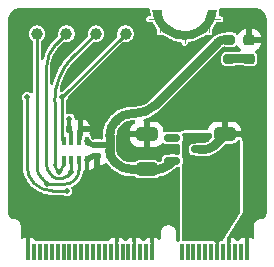
<source format=gbr>
%TF.GenerationSoftware,KiCad,Pcbnew,9.0.0*%
%TF.CreationDate,2025-05-22T16:16:50+04:00*%
%TF.ProjectId,02_02_sensor_barometer (DPS310XTSA1),30325f30-325f-4736-956e-736f725f6261,rev?*%
%TF.SameCoordinates,Original*%
%TF.FileFunction,Copper,L1,Top*%
%TF.FilePolarity,Positive*%
%FSLAX46Y46*%
G04 Gerber Fmt 4.6, Leading zero omitted, Abs format (unit mm)*
G04 Created by KiCad (PCBNEW 9.0.0) date 2025-05-22 16:16:50*
%MOMM*%
%LPD*%
G01*
G04 APERTURE LIST*
G04 Aperture macros list*
%AMRoundRect*
0 Rectangle with rounded corners*
0 $1 Rounding radius*
0 $2 $3 $4 $5 $6 $7 $8 $9 X,Y pos of 4 corners*
0 Add a 4 corners polygon primitive as box body*
4,1,4,$2,$3,$4,$5,$6,$7,$8,$9,$2,$3,0*
0 Add four circle primitives for the rounded corners*
1,1,$1+$1,$2,$3*
1,1,$1+$1,$4,$5*
1,1,$1+$1,$6,$7*
1,1,$1+$1,$8,$9*
0 Add four rect primitives between the rounded corners*
20,1,$1+$1,$2,$3,$4,$5,0*
20,1,$1+$1,$4,$5,$6,$7,0*
20,1,$1+$1,$6,$7,$8,$9,0*
20,1,$1+$1,$8,$9,$2,$3,0*%
G04 Aperture macros list end*
%TA.AperFunction,EtchedComponent*%
%ADD10C,0.101600*%
%TD*%
%TA.AperFunction,EtchedComponent*%
%ADD11C,0.000000*%
%TD*%
%TA.AperFunction,SMDPad,CuDef*%
%ADD12R,0.350000X1.450000*%
%TD*%
%TA.AperFunction,ComponentPad*%
%ADD13C,0.454000*%
%TD*%
%TA.AperFunction,SMDPad,CuDef*%
%ADD14RoundRect,0.218750X-0.256250X0.218750X-0.256250X-0.218750X0.256250X-0.218750X0.256250X0.218750X0*%
%TD*%
%TA.AperFunction,SMDPad,CuDef*%
%ADD15C,1.000000*%
%TD*%
%TA.AperFunction,SMDPad,CuDef*%
%ADD16RoundRect,0.250000X0.650000X-0.325000X0.650000X0.325000X-0.650000X0.325000X-0.650000X-0.325000X0*%
%TD*%
%TA.AperFunction,SMDPad,CuDef*%
%ADD17RoundRect,0.200000X-0.275000X0.200000X-0.275000X-0.200000X0.275000X-0.200000X0.275000X0.200000X0*%
%TD*%
%TA.AperFunction,SMDPad,CuDef*%
%ADD18RoundRect,0.140000X-0.170000X0.140000X-0.170000X-0.140000X0.170000X-0.140000X0.170000X0.140000X0*%
%TD*%
%TA.AperFunction,SMDPad,CuDef*%
%ADD19R,0.350521X0.700025*%
%TD*%
%TA.AperFunction,SMDPad,CuDef*%
%ADD20RoundRect,0.140000X-0.140000X-0.170000X0.140000X-0.170000X0.140000X0.170000X-0.140000X0.170000X0*%
%TD*%
%TA.AperFunction,SMDPad,CuDef*%
%ADD21RoundRect,0.150000X0.512500X0.150000X-0.512500X0.150000X-0.512500X-0.150000X0.512500X-0.150000X0*%
%TD*%
%TA.AperFunction,ViaPad*%
%ADD22C,0.500000*%
%TD*%
%TA.AperFunction,ViaPad*%
%ADD23C,0.700000*%
%TD*%
%TA.AperFunction,Conductor*%
%ADD24C,0.750000*%
%TD*%
%TA.AperFunction,Conductor*%
%ADD25C,0.500000*%
%TD*%
%TA.AperFunction,Conductor*%
%ADD26C,0.350000*%
%TD*%
%TA.AperFunction,Conductor*%
%ADD27C,0.250000*%
%TD*%
G04 APERTURE END LIST*
D10*
%TO.C,J1*%
X150401100Y-93365617D02*
X149501100Y-93365617D01*
X150401100Y-93365617D02*
X150401100Y-94465617D01*
X152501100Y-94665617D02*
X152501100Y-95365617D01*
X154601100Y-93365617D02*
X154601100Y-94465617D01*
X154601100Y-93365617D02*
X155501100Y-93365617D01*
D11*
%TA.AperFunction,EtchedComponent*%
G36*
X150589520Y-92903790D02*
G01*
X150672547Y-93182404D01*
X150798137Y-93444600D01*
X150963197Y-93683921D01*
X151163663Y-93894475D01*
X151394599Y-94071077D01*
X151650318Y-94209378D01*
X151924524Y-94305973D01*
X152501100Y-94365617D01*
X152791735Y-94358484D01*
X153077676Y-94305973D01*
X153351882Y-94209378D01*
X153607601Y-94071077D01*
X153838537Y-93894475D01*
X154039003Y-93683921D01*
X154204063Y-93444600D01*
X154329653Y-93182404D01*
X154451100Y-92615617D01*
X155251100Y-92615617D01*
X155188052Y-92979552D01*
X155077551Y-93331991D01*
X154921527Y-93666775D01*
X154722708Y-93978053D01*
X154484567Y-94260387D01*
X154211266Y-94508843D01*
X153907580Y-94719078D01*
X153578818Y-94887420D01*
X153230723Y-95010926D01*
X152869379Y-95087437D01*
X152501100Y-95115617D01*
X152131911Y-95089990D01*
X151769434Y-95015377D01*
X151420137Y-94893111D01*
X151090257Y-94725373D01*
X150785681Y-94515157D01*
X150511846Y-94266216D01*
X150273640Y-93982994D01*
X150075315Y-93670545D01*
X149920411Y-93334448D01*
X149751100Y-92615617D01*
X150551100Y-92615617D01*
X150589520Y-92903790D01*
G37*
%TD.AperFunction*%
%TD*%
D12*
%TO.P,J1,1,GND*%
%TO.N,GND*%
X157751100Y-113090617D03*
%TO.P,J1,3,USB_D+*%
%TO.N,/USB_D+*%
X157251100Y-113090617D03*
%TO.P,J1,5,USB_D-*%
%TO.N,/USB_D-*%
X156751100Y-113090617D03*
%TO.P,J1,7,GND*%
%TO.N,GND*%
X156251100Y-113090617D03*
%TO.P,J1,9,USB_VIN*%
%TO.N,/V_USB*%
X155751100Y-113090617D03*
%TO.P,J1,11,~{BOOT}*%
%TO.N,VIN*%
X155251100Y-113090617D03*
%TO.P,J1,13,RTS1*%
%TO.N,/UART_RTS1*%
X154751100Y-113090617D03*
%TO.P,J1,15,CTS1*%
%TO.N,/UART_CTS1*%
X154251100Y-113090617D03*
%TO.P,J1,17,TX1*%
%TO.N,DPS310XTSA1_TX*%
X153751100Y-113090617D03*
%TO.P,J1,19,RX1*%
%TO.N,DPS310XTSA1_RX*%
X153251100Y-113090617D03*
%TO.P,J1,21,SWDCK*%
%TO.N,/SWDCK*%
X152751100Y-113090617D03*
%TO.P,J1,23,SWDIO*%
%TO.N,/SWDIO*%
X152251100Y-113090617D03*
%TO.P,J1,33,GND*%
%TO.N,GND*%
X149751100Y-113090617D03*
%TO.P,J1,35,USBHOST_D+*%
%TO.N,/USBHOST_D+*%
X149251100Y-113090617D03*
%TO.P,J1,37,USBHOST_D-*%
%TO.N,/USBHOST_D-*%
X148751100Y-113090617D03*
%TO.P,J1,39,GND*%
%TO.N,GND*%
X148251100Y-113090617D03*
%TO.P,J1,41,CAN-RX*%
%TO.N,/CAN-RX*%
X147751100Y-113090617D03*
%TO.P,J1,43,CAN-TX*%
%TO.N,/CAN-TX*%
X147251100Y-113090617D03*
%TO.P,J1,45,GND*%
%TO.N,GND*%
X146751100Y-113090617D03*
%TO.P,J1,47,PWM1*%
%TO.N,/PWM1*%
X146251100Y-113090617D03*
%TO.P,J1,49,BATT_VIN/3*%
%TO.N,/BATT_VIN*%
X145751100Y-113090617D03*
%TO.P,J1,51,I2C_SDA1*%
%TO.N,/I2C_SDA1*%
X145251100Y-113090617D03*
%TO.P,J1,53,I2C_SCL1*%
%TO.N,/I2C_SCL1*%
X144751100Y-113090617D03*
%TO.P,J1,55,SPI_~{CS}*%
%TO.N,/~{SPI_CS}*%
X144251100Y-113090617D03*
%TO.P,J1,57,SPI_SCK*%
%TO.N,/SPI_SCK*%
X143751100Y-113090617D03*
%TO.P,J1,59,SPI_SDO*%
%TO.N,/SPI_COPI-LED_DAT*%
X143251100Y-113090617D03*
%TO.P,J1,61,SPI_SDI*%
%TO.N,/SPI_CIPO-LED_CLK*%
X142751100Y-113090617D03*
%TO.P,J1,63,G10/ADC_D+/CAM_VSYNC*%
%TO.N,/G10-CAM_VSYNC*%
X142251100Y-113090617D03*
%TO.P,J1,65,G9/ADC_D-/CAM_HSYNC*%
%TO.N,/G9-CAM_HSYNC*%
X141751100Y-113090617D03*
%TO.P,J1,67,G8*%
%TO.N,/G8*%
X141251100Y-113090617D03*
%TO.P,J1,69,G7/BUS7*%
%TO.N,/G7*%
X140751100Y-113090617D03*
%TO.P,J1,71,G6/BUS6*%
%TO.N,/G6*%
X140251100Y-113090617D03*
%TO.P,J1,73,G5/BUS5*%
%TO.N,/G5*%
X139751100Y-113090617D03*
%TO.P,J1,75,GND*%
%TO.N,GND*%
X139251100Y-113090617D03*
D13*
%TO.P,J1,GND*%
%TO.N,N/C*%
X150401100Y-93365617D03*
X152501100Y-94665617D03*
X154601100Y-93365617D03*
%TD*%
D14*
%TO.P,D1,1,K*%
%TO.N,GND*%
X157975000Y-95150000D03*
%TO.P,D1,2,A*%
%TO.N,Net-(D1-A)*%
X157975000Y-96725000D03*
%TD*%
D15*
%TO.P,CS1,1,1*%
%TO.N,DPS310XTSA1_CS*%
X140000000Y-94600000D03*
%TD*%
D16*
%TO.P,C3,1*%
%TO.N,VIN*%
X155900000Y-106075000D03*
%TO.P,C3,2*%
%TO.N,GND*%
X155900000Y-103125000D03*
%TD*%
%TO.P,C4,1*%
%TO.N,+3V3*%
X149300000Y-106075000D03*
%TO.P,C4,2*%
%TO.N,GND*%
X149300000Y-103125000D03*
%TD*%
D17*
%TO.P,R1,1*%
%TO.N,+3V3*%
X156300000Y-95100000D03*
%TO.P,R1,2*%
%TO.N,Net-(D1-A)*%
X156300000Y-96750000D03*
%TD*%
D15*
%TO.P,MISO,1,1*%
%TO.N,DPS310XTSA1_MISO*%
X147500000Y-94600000D03*
%TD*%
D18*
%TO.P,C2,1*%
%TO.N,+3V3*%
X145110643Y-104020102D03*
%TO.P,C2,2*%
%TO.N,GND*%
X145110643Y-104980102D03*
%TD*%
D15*
%TO.P,MOSI1,1,1*%
%TO.N,DPS310XTSA1_MOSI*%
X142500000Y-94600000D03*
%TD*%
D19*
%TO.P,U3,1,GND*%
%TO.N,GND*%
X144210643Y-105300204D03*
%TO.P,U3,2,CSB*%
%TO.N,DPS310XTSA1_CS*%
X143560402Y-105300204D03*
%TO.P,U3,3,SDI*%
%TO.N,DPS310XTSA1_MOSI*%
X142900000Y-105300204D03*
%TO.P,U3,4,SCK*%
%TO.N,DPS310XTSA1_SCK*%
X142249759Y-105300204D03*
%TO.P,U3,5,SDO*%
%TO.N,DPS310XTSA1_MISO*%
X142249759Y-103700000D03*
%TO.P,U3,6,VDDIO*%
%TO.N,+3V3*%
X142900000Y-103700000D03*
%TO.P,U3,7,GND*%
%TO.N,GND*%
X143560402Y-103700000D03*
%TO.P,U3,8,VDD*%
%TO.N,+3V3*%
X144210643Y-103700000D03*
%TD*%
D20*
%TO.P,C1,1*%
%TO.N,+3V3*%
X142730643Y-102700102D03*
%TO.P,C1,2*%
%TO.N,GND*%
X143690643Y-102700102D03*
%TD*%
D15*
%TO.P,SCK1,1,1*%
%TO.N,DPS310XTSA1_SCK*%
X145000000Y-94600000D03*
%TD*%
D21*
%TO.P,U2,1,VIN*%
%TO.N,VIN*%
X153737500Y-105350000D03*
%TO.P,U2,2,GND*%
%TO.N,GND*%
X153737500Y-104400000D03*
%TO.P,U2,3,EN*%
%TO.N,VIN*%
X153737500Y-103450000D03*
%TO.P,U2,4,NC*%
%TO.N,unconnected-(U2-NC-Pad4)*%
X151462500Y-103450000D03*
%TO.P,U2,5,VOUT*%
%TO.N,+3V3*%
X151462500Y-105350000D03*
%TD*%
D22*
%TO.N,+3V3*%
X142750000Y-101800000D03*
X146150000Y-104000000D03*
D23*
%TO.N,GND*%
X150500000Y-109300000D03*
X147500000Y-110300000D03*
X153100000Y-99900000D03*
X153100000Y-100900000D03*
X154100000Y-98900000D03*
X146500000Y-109300000D03*
X151500000Y-96500000D03*
X147500000Y-108300000D03*
X152100000Y-100900000D03*
X149500000Y-98500000D03*
X149500000Y-97500000D03*
X144500000Y-109300000D03*
X148500000Y-109300000D03*
X149500000Y-96500000D03*
X154100000Y-100900000D03*
X145500000Y-110300000D03*
X149500000Y-110300000D03*
X150500000Y-97500000D03*
X150500000Y-96500000D03*
X145500000Y-108300000D03*
X149500000Y-108300000D03*
X154100000Y-99900000D03*
D22*
%TO.N,DPS310XTSA1_CS*%
X140850000Y-107300000D03*
%TO.N,DPS310XTSA1_MISO*%
X139150000Y-99950000D03*
X142510542Y-107925000D03*
X142150000Y-99950000D03*
%TO.N,DPS310XTSA1_MOSI*%
X142885412Y-106300000D03*
%TO.N,DPS310XTSA1_SCK*%
X141900000Y-106300000D03*
%TD*%
D24*
%TO.N,+3V3*%
X155924999Y-95100000D02*
X156300000Y-95100000D01*
X148113172Y-101350000D02*
X148300000Y-101350000D01*
X150007106Y-100642893D02*
X155284833Y-95365165D01*
D25*
X144757091Y-104020102D02*
X145110643Y-104020102D01*
D24*
X151100000Y-105712500D02*
X151462500Y-105350000D01*
X147985139Y-106075000D02*
X150224847Y-106075000D01*
D25*
X146139949Y-104010051D02*
X146150000Y-104000000D01*
D26*
X142900000Y-102989212D02*
X142900000Y-103700000D01*
D24*
X146503553Y-105353553D02*
X146687500Y-105537500D01*
X146150000Y-103250000D02*
X146150000Y-104000000D01*
D25*
X142715643Y-102685102D02*
X142700643Y-102670102D01*
D26*
X142745643Y-102715102D02*
X142815321Y-102784780D01*
D25*
X144370694Y-103860051D02*
X144210643Y-103700000D01*
D24*
X146150000Y-104500000D02*
X146150000Y-104000000D01*
X146680330Y-101969669D02*
X146725000Y-101925000D01*
D26*
X142745643Y-102715102D02*
X142715643Y-102685102D01*
D25*
X146115683Y-104020102D02*
X145110643Y-104020102D01*
D26*
X142730643Y-102678888D02*
X142730643Y-101819357D01*
D24*
X147985139Y-106075000D02*
G75*
G02*
X146687488Y-105537512I-39J1835100D01*
G01*
X146150000Y-104500000D02*
G75*
G03*
X146503554Y-105353552I1207100J0D01*
G01*
D25*
X146139949Y-104010051D02*
G75*
G02*
X146115683Y-104020095I-24249J24251D01*
G01*
X144757091Y-104020102D02*
G75*
G02*
X144370708Y-103860037I9J546402D01*
G01*
D26*
X142815321Y-102784780D02*
G75*
G02*
X142899994Y-102989212I-204421J-204420D01*
G01*
D24*
X148113172Y-101350000D02*
G75*
G03*
X146725008Y-101925008I28J-1963200D01*
G01*
D26*
X142745643Y-102715102D02*
G75*
G02*
X142730664Y-102678888I36257J36202D01*
G01*
D24*
X148300000Y-101350000D02*
G75*
G03*
X150007104Y-100642891I0J2414200D01*
G01*
X146150000Y-103250000D02*
G75*
G02*
X146680322Y-101969661I1810700J0D01*
G01*
X155924999Y-95100000D02*
G75*
G03*
X155284840Y-95365172I1J-905300D01*
G01*
X151100000Y-105712500D02*
G75*
G02*
X150224847Y-106075020I-875200J875200D01*
G01*
D25*
X142715643Y-102685102D02*
G75*
G03*
X142730710Y-102678888I6257J6202D01*
G01*
%TO.N,GND*%
X144757091Y-104980102D02*
X145110643Y-104980102D01*
D26*
X143625522Y-102765222D02*
X143690643Y-102700102D01*
D25*
X144370694Y-105140153D02*
X144210643Y-105300204D01*
D26*
X143560402Y-102922437D02*
X143560402Y-103700000D01*
D24*
X154938778Y-104086221D02*
X155900000Y-103125000D01*
X154181250Y-104400000D02*
X153737500Y-104400000D01*
D26*
X143560402Y-102922437D02*
G75*
G02*
X143625512Y-102765212I222298J37D01*
G01*
D25*
X144370694Y-105140153D02*
G75*
G02*
X144757091Y-104980081I386406J-386347D01*
G01*
D24*
X154938778Y-104086221D02*
G75*
G02*
X154181250Y-104400037I-757578J757521D01*
G01*
D26*
%TO.N,VIN*%
X152500000Y-104581801D02*
X152500000Y-104216490D01*
X153268198Y-105350000D02*
X153737500Y-105350000D01*
D24*
X154975152Y-106075000D02*
X155900000Y-106075000D01*
X153971728Y-105584228D02*
X154100000Y-105712500D01*
D26*
X153266490Y-103450000D02*
X153737500Y-103450000D01*
X152724500Y-103674500D02*
G75*
G03*
X152499996Y-104216490I542000J-542000D01*
G01*
X152725000Y-105125000D02*
G75*
G03*
X153268198Y-105350001I543200J543200D01*
G01*
D24*
X154975152Y-106075000D02*
G75*
G02*
X154100014Y-105712486I48J1237700D01*
G01*
D26*
X152724500Y-103674500D02*
G75*
G02*
X153266490Y-103449996I542000J-542000D01*
G01*
X152500000Y-104581801D02*
G75*
G03*
X152725001Y-105124999I768200J1D01*
G01*
D24*
X153971728Y-105584228D02*
G75*
G03*
X153406250Y-105350033I-565428J-565472D01*
G01*
D27*
%TO.N,DPS310XTSA1_CS*%
X140935355Y-107350000D02*
X142347669Y-107350000D01*
X140825000Y-107250000D02*
X140850000Y-107250000D01*
X140000000Y-105884314D02*
X140000000Y-94600000D01*
X143560402Y-106137267D02*
X143560402Y-105300204D01*
X140400000Y-106850000D02*
X140782322Y-107232322D01*
X140875000Y-107325000D02*
X140850000Y-107300000D01*
X143560402Y-106137267D02*
G75*
G02*
X143205211Y-106994809I-1212702J-33D01*
G01*
X140000000Y-105884314D02*
G75*
G03*
X140400004Y-106849996I1365700J14D01*
G01*
X142347669Y-107350000D02*
G75*
G03*
X143205209Y-106994807I31J1212700D01*
G01*
X140825000Y-107250000D02*
G75*
G02*
X140782313Y-107232331I0J60400D01*
G01*
X140935355Y-107350000D02*
G75*
G02*
X140875013Y-107324987I45J85400D01*
G01*
D24*
%TO.N,Net-(D1-A)*%
X157932322Y-96700000D02*
X156300000Y-96700000D01*
D27*
%TO.N,DPS310XTSA1_MISO*%
X142124643Y-99993287D02*
X142124643Y-103486413D01*
X142510542Y-107925000D02*
X142498042Y-107912500D01*
X142137321Y-99962678D02*
X142150000Y-99950000D01*
X139150000Y-105791019D02*
X139150000Y-99950000D01*
X141258980Y-107900000D02*
X142467864Y-107900000D01*
X142187201Y-103637442D02*
X142249759Y-103700000D01*
X142150000Y-99950000D02*
X147500000Y-94600000D01*
X139767706Y-107282294D02*
G75*
G03*
X141258980Y-107900008I1491294J1491294D01*
G01*
X142498042Y-107912500D02*
G75*
G03*
X142467864Y-107900032I-30142J-30200D01*
G01*
X142137321Y-99962678D02*
G75*
G03*
X142124624Y-99993287I30579J-30622D01*
G01*
X142124643Y-103486413D02*
G75*
G03*
X142187214Y-103637429I213557J13D01*
G01*
X139150000Y-105791019D02*
G75*
G03*
X139767712Y-107282288I2109000J19D01*
G01*
%TO.N,DPS310XTSA1_MOSI*%
X142545419Y-106639992D02*
X142885412Y-106300000D01*
X142950000Y-106250000D02*
X143000000Y-106300000D01*
X140800000Y-105619669D02*
X140800000Y-97502081D01*
X142900000Y-106129289D02*
X142900000Y-105300204D01*
X141650000Y-95450000D02*
X142500000Y-94600000D01*
X141175000Y-106525000D02*
X141289992Y-106639992D01*
X141289992Y-106639992D02*
G75*
G03*
X141917706Y-106900002I627708J627692D01*
G01*
X140800000Y-97502081D02*
G75*
G02*
X141650005Y-95450005I2902100J-19D01*
G01*
X140800000Y-105619669D02*
G75*
G03*
X141174991Y-106525009I1280300J-31D01*
G01*
X142545419Y-106639992D02*
G75*
G02*
X141917706Y-106900010I-627719J627692D01*
G01*
X142900000Y-106129289D02*
G75*
G03*
X142949997Y-106250003I170700J-11D01*
G01*
%TO.N,DPS310XTSA1_SCK*%
X141500000Y-100353963D02*
X141500000Y-105702512D01*
X143093792Y-96506207D02*
X145000000Y-94600000D01*
X142074879Y-106125120D02*
X141900000Y-106300000D01*
X142249759Y-105702924D02*
X142249759Y-105300204D01*
X141814644Y-106264644D02*
X141675000Y-106125000D01*
X141900000Y-106300000D02*
X141950000Y-106300000D01*
X141814644Y-106264644D02*
G75*
G03*
X141900000Y-106300003I85356J85344D01*
G01*
X142249759Y-105702924D02*
G75*
G02*
X142074864Y-106125105I-597059J24D01*
G01*
X141500000Y-105702512D02*
G75*
G03*
X141675004Y-106124996I597500J12D01*
G01*
X143093792Y-96506207D02*
G75*
G03*
X141499959Y-100353963I3847708J-3847793D01*
G01*
%TD*%
%TA.AperFunction,Conductor*%
%TO.N,VIN*%
G36*
X154742539Y-103019685D02*
G01*
X154788294Y-103072489D01*
X154799500Y-103124000D01*
X154799500Y-103360256D01*
X154779815Y-103427295D01*
X154763181Y-103447937D01*
X154585084Y-103626033D01*
X154581238Y-103629878D01*
X154581232Y-103629883D01*
X154556527Y-103654589D01*
X154556448Y-103654669D01*
X154536130Y-103674988D01*
X154527115Y-103683159D01*
X154466129Y-103733213D01*
X154445916Y-103746719D01*
X154381733Y-103781028D01*
X154359277Y-103790331D01*
X154289641Y-103811458D01*
X154265802Y-103816201D01*
X154205960Y-103822098D01*
X154187655Y-103823902D01*
X154175497Y-103824500D01*
X153661734Y-103824500D01*
X153515365Y-103863719D01*
X153515364Y-103863719D01*
X153515362Y-103863720D01*
X153515359Y-103863721D01*
X153482166Y-103882886D01*
X153420165Y-103899500D01*
X153191739Y-103899500D01*
X153123608Y-103909426D01*
X153018514Y-103960803D01*
X152935803Y-104043514D01*
X152884426Y-104148608D01*
X152874500Y-104216739D01*
X152874500Y-104583260D01*
X152884426Y-104651391D01*
X152935803Y-104756485D01*
X153018514Y-104839196D01*
X153018515Y-104839196D01*
X153018517Y-104839198D01*
X153123607Y-104890573D01*
X153157673Y-104895536D01*
X153191739Y-104900500D01*
X153191740Y-104900500D01*
X153420165Y-104900500D01*
X153482166Y-104917114D01*
X153515359Y-104936278D01*
X153515360Y-104936278D01*
X153515365Y-104936281D01*
X153661734Y-104975500D01*
X154103779Y-104975500D01*
X154111387Y-104975500D01*
X154111398Y-104975503D01*
X154129891Y-104975502D01*
X154130012Y-104975537D01*
X154181277Y-104975535D01*
X154181277Y-104975536D01*
X154289215Y-104975531D01*
X154503243Y-104947344D01*
X154503247Y-104947342D01*
X154503251Y-104947342D01*
X154711757Y-104891464D01*
X154911187Y-104808848D01*
X154911196Y-104808844D01*
X154911195Y-104808844D01*
X154911201Y-104808842D01*
X155098151Y-104700896D01*
X155269412Y-104569472D01*
X155332531Y-104506347D01*
X155902061Y-103936819D01*
X155963384Y-103903334D01*
X155989742Y-103900500D01*
X156604270Y-103900500D01*
X156634699Y-103897646D01*
X156634701Y-103897646D01*
X156698790Y-103875219D01*
X156762882Y-103852793D01*
X156872150Y-103772150D01*
X156952793Y-103662882D01*
X156958959Y-103645259D01*
X156999680Y-103588484D01*
X157064633Y-103562737D01*
X157133195Y-103576193D01*
X157183597Y-103624581D01*
X157200000Y-103686215D01*
X157200000Y-109698037D01*
X157181407Y-109763344D01*
X155738264Y-112092628D01*
X155729716Y-112106424D01*
X155677675Y-112153045D01*
X155624308Y-112165117D01*
X155556347Y-112165117D01*
X155497870Y-112176748D01*
X155497869Y-112176749D01*
X155431547Y-112221064D01*
X155387232Y-112287386D01*
X155387231Y-112287387D01*
X155375600Y-112345864D01*
X155375600Y-112642680D01*
X155370868Y-112659302D01*
X155371138Y-112675646D01*
X155357009Y-112707985D01*
X155356008Y-112709602D01*
X155303966Y-112756223D01*
X155234981Y-112767306D01*
X155170955Y-112739335D01*
X155132216Y-112681188D01*
X155126600Y-112644294D01*
X155126600Y-112345866D01*
X155126599Y-112345864D01*
X155114968Y-112287387D01*
X155114967Y-112287386D01*
X155070652Y-112221064D01*
X155004330Y-112176749D01*
X155004329Y-112176748D01*
X154945852Y-112165117D01*
X154945848Y-112165117D01*
X154556352Y-112165117D01*
X154556351Y-112165117D01*
X154525288Y-112171295D01*
X154476912Y-112171295D01*
X154445849Y-112165117D01*
X154445848Y-112165117D01*
X154056352Y-112165117D01*
X154056351Y-112165117D01*
X154025288Y-112171295D01*
X153976912Y-112171295D01*
X153945849Y-112165117D01*
X153945848Y-112165117D01*
X153556352Y-112165117D01*
X153556351Y-112165117D01*
X153525288Y-112171295D01*
X153476912Y-112171295D01*
X153445849Y-112165117D01*
X153445848Y-112165117D01*
X153056352Y-112165117D01*
X153056351Y-112165117D01*
X153025288Y-112171295D01*
X152976912Y-112171295D01*
X152945849Y-112165117D01*
X152945848Y-112165117D01*
X152556352Y-112165117D01*
X152556351Y-112165117D01*
X152525288Y-112171295D01*
X152523521Y-112171370D01*
X152522693Y-112171782D01*
X152515677Y-112171707D01*
X152487417Y-112172920D01*
X152482121Y-112172332D01*
X152445848Y-112165117D01*
X152417135Y-112165117D01*
X152410317Y-112164360D01*
X152384157Y-112153417D01*
X152356961Y-112145432D01*
X152352353Y-112140114D01*
X152345859Y-112137398D01*
X152329767Y-112114048D01*
X152311206Y-112092628D01*
X152309453Y-112084573D01*
X152306210Y-112079867D01*
X152305823Y-112067887D01*
X152300000Y-112041117D01*
X152300000Y-105661935D01*
X152312601Y-105607472D01*
X152315573Y-105601392D01*
X152325500Y-105533260D01*
X152325500Y-105166739D01*
X152315574Y-105098611D01*
X152315573Y-105098609D01*
X152315573Y-105098607D01*
X152312598Y-105092521D01*
X152300000Y-105038064D01*
X152300000Y-103761935D01*
X152312601Y-103707472D01*
X152315573Y-103701392D01*
X152318793Y-103679296D01*
X152325500Y-103633260D01*
X152325500Y-103266740D01*
X152315573Y-103198607D01*
X152312598Y-103192521D01*
X152309802Y-103180435D01*
X152305023Y-103172999D01*
X152300000Y-103138064D01*
X152300000Y-103124000D01*
X152319685Y-103056961D01*
X152372489Y-103011206D01*
X152424000Y-103000000D01*
X154675500Y-103000000D01*
X154742539Y-103019685D01*
G37*
%TD.AperFunction*%
%TD*%
%TA.AperFunction,Conductor*%
%TO.N,GND*%
G36*
X149497374Y-92435802D02*
G01*
X149543129Y-92488606D01*
X149553073Y-92557764D01*
X149551414Y-92566873D01*
X149550440Y-92571277D01*
X149551073Y-92662731D01*
X149621536Y-92961888D01*
X149617746Y-93031655D01*
X149576838Y-93088297D01*
X149511801Y-93113831D01*
X149500839Y-93114317D01*
X149451111Y-93114317D01*
X149358749Y-93152575D01*
X149288058Y-93223266D01*
X149249800Y-93315628D01*
X149249800Y-93315630D01*
X149249800Y-93415604D01*
X149288058Y-93507967D01*
X149358750Y-93578659D01*
X149451113Y-93616917D01*
X149744936Y-93616917D01*
X149811975Y-93636602D01*
X149857550Y-93689013D01*
X149888680Y-93756557D01*
X149888684Y-93756564D01*
X149901807Y-93780660D01*
X149901813Y-93780670D01*
X149901815Y-93780673D01*
X150100140Y-94093122D01*
X150113625Y-94111522D01*
X150116374Y-94115272D01*
X150116377Y-94115277D01*
X150120693Y-94120407D01*
X150148783Y-94184381D01*
X150149800Y-94200227D01*
X150149800Y-94515605D01*
X150153481Y-94524491D01*
X150188058Y-94607967D01*
X150258750Y-94678659D01*
X150351113Y-94716917D01*
X150351115Y-94716917D01*
X150451085Y-94716917D01*
X150451087Y-94716917D01*
X150543450Y-94678659D01*
X150543452Y-94678656D01*
X150554436Y-94674107D01*
X150623906Y-94666638D01*
X150672325Y-94686614D01*
X150973526Y-94894501D01*
X150984141Y-94900824D01*
X150997091Y-94908539D01*
X150997100Y-94908544D01*
X150997114Y-94908552D01*
X151228092Y-95026000D01*
X151315282Y-95070335D01*
X151326994Y-95076290D01*
X151327004Y-95076294D01*
X151327016Y-95076300D01*
X151352243Y-95087072D01*
X151624206Y-95182268D01*
X151701541Y-95209338D01*
X151728002Y-95216657D01*
X152090479Y-95291270D01*
X152117681Y-95294997D01*
X152134382Y-95296156D01*
X152199896Y-95320431D01*
X152241888Y-95376274D01*
X152246873Y-95403735D01*
X152247418Y-95403627D01*
X152249800Y-95415605D01*
X152250233Y-95416650D01*
X152288058Y-95507967D01*
X152358750Y-95578659D01*
X152451113Y-95616917D01*
X152451115Y-95616917D01*
X152551085Y-95616917D01*
X152551087Y-95616917D01*
X152643450Y-95578659D01*
X152714142Y-95507967D01*
X152752400Y-95415604D01*
X152752400Y-95415599D01*
X152754782Y-95403627D01*
X152756341Y-95403937D01*
X152772085Y-95350323D01*
X152824889Y-95304568D01*
X152866938Y-95293724D01*
X152885058Y-95292338D01*
X152911948Y-95288480D01*
X153132497Y-95241781D01*
X153273279Y-95211972D01*
X153273289Y-95211970D01*
X153299422Y-95204602D01*
X153299427Y-95204600D01*
X153299439Y-95204597D01*
X153647534Y-95081091D01*
X153672479Y-95070335D01*
X154001241Y-94901993D01*
X154024549Y-94888041D01*
X154322366Y-94681868D01*
X154388689Y-94659895D01*
X154447093Y-94674887D01*
X154447467Y-94673985D01*
X154453802Y-94676609D01*
X154456365Y-94677267D01*
X154458225Y-94678441D01*
X154458749Y-94678658D01*
X154458750Y-94678659D01*
X154551113Y-94716917D01*
X154551115Y-94716917D01*
X154651085Y-94716917D01*
X154651087Y-94716917D01*
X154743450Y-94678659D01*
X154814142Y-94607967D01*
X154852400Y-94515604D01*
X154852400Y-94188293D01*
X154872085Y-94121254D01*
X154879023Y-94111522D01*
X154879762Y-94110582D01*
X154879791Y-94110549D01*
X154895895Y-94088671D01*
X155094714Y-93777393D01*
X155107792Y-93753583D01*
X155135402Y-93694340D01*
X155138107Y-93688536D01*
X155184268Y-93636087D01*
X155250500Y-93616917D01*
X155551085Y-93616917D01*
X155551087Y-93616917D01*
X155643450Y-93578659D01*
X155714142Y-93507967D01*
X155752400Y-93415604D01*
X155752400Y-93315630D01*
X155714142Y-93223267D01*
X155643450Y-93152575D01*
X155551088Y-93114317D01*
X155551087Y-93114317D01*
X155520595Y-93114317D01*
X155453556Y-93094632D01*
X155407801Y-93041828D01*
X155397857Y-92972670D01*
X155398415Y-92969150D01*
X155416189Y-92866553D01*
X155453584Y-92650695D01*
X155451448Y-92569889D01*
X155451446Y-92569885D01*
X155451306Y-92569305D01*
X155451387Y-92567614D01*
X155451100Y-92556751D01*
X155451909Y-92556729D01*
X155454657Y-92499516D01*
X155495207Y-92442617D01*
X155560082Y-92416674D01*
X155571822Y-92416117D01*
X158493234Y-92416117D01*
X158506716Y-92416852D01*
X158537216Y-92420187D01*
X158653104Y-92432863D01*
X158673654Y-92436890D01*
X158811775Y-92476317D01*
X158831349Y-92483743D01*
X158960838Y-92545843D01*
X158960865Y-92545856D01*
X158978917Y-92556475D01*
X159067068Y-92618914D01*
X159096114Y-92639488D01*
X159096133Y-92639501D01*
X159112142Y-92653009D01*
X159213701Y-92754570D01*
X159227208Y-92770578D01*
X159310233Y-92887796D01*
X159320852Y-92905850D01*
X159382957Y-93035356D01*
X159390387Y-93054939D01*
X159429813Y-93193063D01*
X159433840Y-93213617D01*
X159449865Y-93360146D01*
X159450600Y-93373627D01*
X159450600Y-109755872D01*
X159449451Y-109772714D01*
X159435814Y-109872185D01*
X159429333Y-109898169D01*
X159396341Y-109987818D01*
X159384432Y-110011804D01*
X159379611Y-110019341D01*
X159332964Y-110092274D01*
X159316183Y-110113144D01*
X159248633Y-110180692D01*
X159227763Y-110197471D01*
X159147286Y-110248941D01*
X159123298Y-110260850D01*
X159033656Y-110293836D01*
X159007671Y-110300317D01*
X158906155Y-110314230D01*
X158892791Y-110315329D01*
X158872130Y-110315907D01*
X158864324Y-110317542D01*
X158838078Y-110319407D01*
X158838072Y-110319408D01*
X158723484Y-110352555D01*
X158618415Y-110409056D01*
X158618407Y-110409062D01*
X158527573Y-110486380D01*
X158455019Y-110581074D01*
X158455018Y-110581076D01*
X158403992Y-110688904D01*
X158388678Y-110754259D01*
X158376775Y-110805053D01*
X158376007Y-110844291D01*
X158375600Y-110844699D01*
X158375600Y-110865177D01*
X158375590Y-110865687D01*
X158375579Y-110866282D01*
X158375579Y-110866318D01*
X158375020Y-110896650D01*
X158375600Y-110900539D01*
X158375600Y-111829809D01*
X158355915Y-111896848D01*
X158303111Y-111942603D01*
X158233953Y-111952547D01*
X158177290Y-111929077D01*
X158168188Y-111922263D01*
X158168186Y-111922262D01*
X158033479Y-111872020D01*
X158033472Y-111872018D01*
X157973944Y-111865617D01*
X157926100Y-111865617D01*
X157926100Y-112966617D01*
X157923549Y-112975302D01*
X157924838Y-112984264D01*
X157913859Y-113008304D01*
X157906415Y-113033656D01*
X157899574Y-113039583D01*
X157895813Y-113047820D01*
X157873578Y-113062109D01*
X157853611Y-113079411D01*
X157843096Y-113081698D01*
X157837035Y-113085594D01*
X157802100Y-113090617D01*
X157750600Y-113090617D01*
X157683561Y-113070932D01*
X157637806Y-113018128D01*
X157626600Y-112966617D01*
X157626600Y-112345866D01*
X157626599Y-112345864D01*
X157614968Y-112287390D01*
X157614967Y-112287389D01*
X157614967Y-112287386D01*
X157596997Y-112260493D01*
X157576120Y-112193816D01*
X157576100Y-112191603D01*
X157576100Y-111865617D01*
X157528255Y-111865617D01*
X157468727Y-111872018D01*
X157468720Y-111872020D01*
X157334013Y-111922262D01*
X157334006Y-111922266D01*
X157218912Y-112008426D01*
X157137956Y-112116568D01*
X157115880Y-112133092D01*
X157096007Y-112152214D01*
X157086583Y-112155023D01*
X157082022Y-112158438D01*
X157062706Y-112163908D01*
X157056582Y-112165117D01*
X157056352Y-112165117D01*
X157025824Y-112171189D01*
X157025116Y-112171329D01*
X157024742Y-112171295D01*
X156976912Y-112171295D01*
X156939876Y-112163929D01*
X156940408Y-112161253D01*
X156886509Y-112139452D01*
X156864243Y-112116567D01*
X156783290Y-112008429D01*
X156783287Y-112008426D01*
X156668193Y-111922266D01*
X156668186Y-111922262D01*
X156533479Y-111872020D01*
X156533472Y-111872018D01*
X156473944Y-111865617D01*
X156426100Y-111865617D01*
X156426100Y-112191603D01*
X156423549Y-112200288D01*
X156424838Y-112209250D01*
X156408065Y-112253021D01*
X156406415Y-112258642D01*
X156405661Y-112259294D01*
X156405202Y-112260494D01*
X156387233Y-112287386D01*
X156387231Y-112287390D01*
X156375600Y-112345864D01*
X156375600Y-112966617D01*
X156373049Y-112975302D01*
X156374338Y-112984264D01*
X156363359Y-113008304D01*
X156355915Y-113033656D01*
X156349074Y-113039583D01*
X156345313Y-113047820D01*
X156323078Y-113062109D01*
X156303111Y-113079411D01*
X156292596Y-113081698D01*
X156286535Y-113085594D01*
X156251600Y-113090617D01*
X156250600Y-113090617D01*
X156183561Y-113070932D01*
X156137806Y-113018128D01*
X156126600Y-112966617D01*
X156126600Y-112345866D01*
X156126599Y-112345864D01*
X156114968Y-112287390D01*
X156114967Y-112287389D01*
X156114967Y-112287386D01*
X156096997Y-112260493D01*
X156093960Y-112250793D01*
X156087306Y-112243114D01*
X156083697Y-112218014D01*
X156076120Y-112193816D01*
X156076100Y-112191603D01*
X156076100Y-111972831D01*
X156094691Y-111907526D01*
X157356096Y-109871575D01*
X157379053Y-109819614D01*
X157397646Y-109754307D01*
X157405500Y-109698037D01*
X157405500Y-103686215D01*
X157398588Y-103633364D01*
X157387912Y-103593248D01*
X157382197Y-103571773D01*
X157382192Y-103571757D01*
X157382185Y-103571730D01*
X157376141Y-103552769D01*
X157367488Y-103539602D01*
X157322091Y-103470520D01*
X157324134Y-103469176D01*
X157300929Y-103415511D01*
X157299999Y-103400351D01*
X157300000Y-103375000D01*
X157173806Y-103375000D01*
X157172771Y-103374540D01*
X157104209Y-103361084D01*
X157079294Y-103357761D01*
X156988906Y-103371698D01*
X156980576Y-103375000D01*
X156024000Y-103375000D01*
X155956961Y-103355315D01*
X155911206Y-103302511D01*
X155900000Y-103251000D01*
X155900000Y-103125000D01*
X155774000Y-103125000D01*
X155706961Y-103105315D01*
X155661206Y-103052511D01*
X155650000Y-103001000D01*
X155650000Y-102875000D01*
X156150000Y-102875000D01*
X157299999Y-102875000D01*
X157299999Y-102750028D01*
X157299998Y-102750013D01*
X157289505Y-102647302D01*
X157234358Y-102480880D01*
X157234356Y-102480875D01*
X157142315Y-102331654D01*
X157018345Y-102207684D01*
X156869124Y-102115643D01*
X156869119Y-102115641D01*
X156702697Y-102060494D01*
X156702690Y-102060493D01*
X156599986Y-102050000D01*
X156150000Y-102050000D01*
X156150000Y-102875000D01*
X155650000Y-102875000D01*
X155650000Y-102050000D01*
X155200028Y-102050000D01*
X155200012Y-102050001D01*
X155097302Y-102060494D01*
X154930880Y-102115641D01*
X154930875Y-102115643D01*
X154781654Y-102207684D01*
X154657684Y-102331654D01*
X154565643Y-102480875D01*
X154565641Y-102480880D01*
X154510494Y-102647302D01*
X154510493Y-102647310D01*
X154506837Y-102683101D01*
X154480442Y-102747793D01*
X154423261Y-102787945D01*
X154383479Y-102794500D01*
X152423992Y-102794500D01*
X152380313Y-102799197D01*
X152328825Y-102810397D01*
X152318627Y-102812890D01*
X152318624Y-102812891D01*
X152237916Y-102855899D01*
X152237913Y-102855901D01*
X152185113Y-102901653D01*
X152163581Y-102922750D01*
X152101919Y-102955606D01*
X152058925Y-102956881D01*
X152008260Y-102949500D01*
X150916740Y-102949500D01*
X150848607Y-102959427D01*
X150848606Y-102959427D01*
X150841876Y-102960408D01*
X150772699Y-102950594D01*
X150719810Y-102904938D01*
X150699999Y-102837936D01*
X150699999Y-102750028D01*
X150699998Y-102750013D01*
X150689505Y-102647302D01*
X150634358Y-102480880D01*
X150634356Y-102480875D01*
X150542315Y-102331654D01*
X150418345Y-102207684D01*
X150269124Y-102115643D01*
X150269119Y-102115641D01*
X150102697Y-102060494D01*
X150102690Y-102060493D01*
X149999986Y-102050000D01*
X149550000Y-102050000D01*
X149550000Y-104199999D01*
X149999972Y-104199999D01*
X149999986Y-104199998D01*
X150102697Y-104189505D01*
X150269119Y-104134358D01*
X150269124Y-104134356D01*
X150418345Y-104042315D01*
X150542315Y-103918345D01*
X150547864Y-103909350D01*
X150599812Y-103862626D01*
X150668775Y-103851403D01*
X150732857Y-103879247D01*
X150741084Y-103886766D01*
X150743514Y-103889196D01*
X150743515Y-103889196D01*
X150743517Y-103889198D01*
X150848607Y-103940573D01*
X150882673Y-103945536D01*
X150916739Y-103950500D01*
X151970500Y-103950500D01*
X152037539Y-103970185D01*
X152083294Y-104022989D01*
X152094500Y-104074500D01*
X152094500Y-104725500D01*
X152091949Y-104734185D01*
X152093238Y-104743147D01*
X152082259Y-104767187D01*
X152074815Y-104792539D01*
X152067974Y-104798466D01*
X152064213Y-104806703D01*
X152041978Y-104820992D01*
X152022011Y-104838294D01*
X152011496Y-104840581D01*
X152005435Y-104844477D01*
X151970500Y-104849500D01*
X151779834Y-104849500D01*
X151717833Y-104832886D01*
X151684639Y-104813721D01*
X151684636Y-104813720D01*
X151684635Y-104813719D01*
X151684634Y-104813719D01*
X151538266Y-104774500D01*
X151386733Y-104774500D01*
X151240365Y-104813719D01*
X151240364Y-104813719D01*
X151240362Y-104813720D01*
X151240359Y-104813721D01*
X151207166Y-104832886D01*
X151145165Y-104849500D01*
X150916739Y-104849500D01*
X150848608Y-104859426D01*
X150743514Y-104910803D01*
X150660803Y-104993514D01*
X150609426Y-105098608D01*
X150599500Y-105166739D01*
X150599500Y-105309962D01*
X150595551Y-105323408D01*
X150596427Y-105337398D01*
X150585901Y-105356271D01*
X150579815Y-105377001D01*
X150568540Y-105387405D01*
X150562397Y-105398421D01*
X150533955Y-105419319D01*
X150489004Y-105443347D01*
X150466547Y-105452650D01*
X150406446Y-105470883D01*
X150336579Y-105471508D01*
X150277465Y-105434261D01*
X150272866Y-105428566D01*
X150272151Y-105427851D01*
X150267209Y-105424204D01*
X150162882Y-105347207D01*
X150162880Y-105347206D01*
X150034700Y-105302353D01*
X150004270Y-105299500D01*
X150004266Y-105299500D01*
X148595734Y-105299500D01*
X148595730Y-105299500D01*
X148565300Y-105302353D01*
X148565298Y-105302353D01*
X148437119Y-105347206D01*
X148437117Y-105347207D01*
X148367725Y-105398421D01*
X148327850Y-105427850D01*
X148312163Y-105449106D01*
X148312142Y-105449134D01*
X148308161Y-105452156D01*
X148306085Y-105456703D01*
X148280611Y-105473073D01*
X148256494Y-105491385D01*
X148250363Y-105492512D01*
X148247307Y-105494477D01*
X148212372Y-105499500D01*
X148062622Y-105499500D01*
X148062589Y-105499498D01*
X148055005Y-105499498D01*
X148047967Y-105499498D01*
X147989998Y-105499499D01*
X147980270Y-105499117D01*
X147797804Y-105484761D01*
X147778585Y-105481717D01*
X147605371Y-105440135D01*
X147586864Y-105434122D01*
X147422276Y-105365949D01*
X147404939Y-105357116D01*
X147253051Y-105264040D01*
X147237309Y-105252603D01*
X147098292Y-105133872D01*
X147091142Y-105127262D01*
X147077395Y-105113515D01*
X147077393Y-105113512D01*
X147040711Y-105076829D01*
X147040688Y-105076808D01*
X146914808Y-104950928D01*
X146906636Y-104941912D01*
X146839692Y-104860341D01*
X146826187Y-104840130D01*
X146816061Y-104821185D01*
X146779333Y-104752474D01*
X146770033Y-104730019D01*
X146741180Y-104634905D01*
X146736438Y-104611067D01*
X146726097Y-104506070D01*
X146725500Y-104493917D01*
X146725500Y-103499986D01*
X147900001Y-103499986D01*
X147910494Y-103602697D01*
X147965641Y-103769119D01*
X147965643Y-103769124D01*
X148057684Y-103918345D01*
X148181654Y-104042315D01*
X148330875Y-104134356D01*
X148330880Y-104134358D01*
X148497302Y-104189505D01*
X148497309Y-104189506D01*
X148600019Y-104199999D01*
X149049999Y-104199999D01*
X149050000Y-104199998D01*
X149050000Y-103375000D01*
X147900001Y-103375000D01*
X147900001Y-103499986D01*
X146725500Y-103499986D01*
X146725500Y-103254875D01*
X146725882Y-103245146D01*
X146729765Y-103195807D01*
X146739941Y-103066497D01*
X146742983Y-103047291D01*
X146783677Y-102877787D01*
X146789685Y-102859298D01*
X146856393Y-102698246D01*
X146865217Y-102680929D01*
X146956298Y-102532293D01*
X146967719Y-102516572D01*
X147084014Y-102380403D01*
X147090601Y-102373278D01*
X147129081Y-102334798D01*
X147134971Y-102329281D01*
X147262312Y-102217606D01*
X147275158Y-102207749D01*
X147412598Y-102115913D01*
X147426611Y-102107823D01*
X147574855Y-102034716D01*
X147589826Y-102028515D01*
X147746335Y-101975386D01*
X147761979Y-101971194D01*
X147924085Y-101938947D01*
X147940161Y-101936831D01*
X148108954Y-101925765D01*
X148117065Y-101925500D01*
X148201909Y-101925500D01*
X148268948Y-101945185D01*
X148314703Y-101997989D01*
X148324647Y-102067147D01*
X148295622Y-102130703D01*
X148267006Y-102155039D01*
X148181654Y-102207684D01*
X148057684Y-102331654D01*
X147965643Y-102480875D01*
X147965641Y-102480880D01*
X147910494Y-102647302D01*
X147910493Y-102647309D01*
X147900000Y-102750013D01*
X147900000Y-102875000D01*
X149050000Y-102875000D01*
X149050000Y-102049999D01*
X149029426Y-102029426D01*
X148995940Y-101968103D01*
X149000924Y-101898411D01*
X149042795Y-101842478D01*
X149081105Y-101823085D01*
X149308420Y-101754131D01*
X149579810Y-101641717D01*
X149838875Y-101503243D01*
X150083120Y-101340043D01*
X150310191Y-101153688D01*
X150360471Y-101103408D01*
X155642365Y-95821512D01*
X155642373Y-95821508D01*
X155686064Y-95777814D01*
X155698224Y-95767151D01*
X155747140Y-95729615D01*
X155775163Y-95713435D01*
X155824561Y-95692973D01*
X155855828Y-95684596D01*
X155858355Y-95684264D01*
X155893923Y-95684732D01*
X155993475Y-95700499D01*
X155993481Y-95700500D01*
X156606518Y-95700499D01*
X156700304Y-95685646D01*
X156813342Y-95628050D01*
X156847059Y-95594333D01*
X156908381Y-95560847D01*
X156978073Y-95565831D01*
X157034007Y-95607701D01*
X157052446Y-95643008D01*
X157062903Y-95674566D01*
X157062908Y-95674577D01*
X157151114Y-95817580D01*
X157246353Y-95912819D01*
X157279838Y-95974142D01*
X157274854Y-96043834D01*
X157232982Y-96099767D01*
X157167518Y-96124184D01*
X157158672Y-96124500D01*
X156224228Y-96124500D01*
X156146695Y-96145275D01*
X156114604Y-96149500D01*
X155993482Y-96149500D01*
X155912519Y-96162323D01*
X155899696Y-96164354D01*
X155786658Y-96221950D01*
X155786657Y-96221951D01*
X155786652Y-96221954D01*
X155696954Y-96311652D01*
X155696951Y-96311657D01*
X155639352Y-96424698D01*
X155624500Y-96518475D01*
X155624500Y-96981517D01*
X155635292Y-97049657D01*
X155639354Y-97075304D01*
X155696950Y-97188342D01*
X155696952Y-97188344D01*
X155696954Y-97188347D01*
X155786652Y-97278045D01*
X155786654Y-97278046D01*
X155786658Y-97278050D01*
X155899694Y-97335645D01*
X155899698Y-97335647D01*
X155993475Y-97350499D01*
X155993481Y-97350500D01*
X156606518Y-97350499D01*
X156700304Y-97335646D01*
X156791823Y-97289014D01*
X156848116Y-97275500D01*
X157416600Y-97275500D01*
X157472892Y-97289014D01*
X157587580Y-97347451D01*
X157587581Y-97347451D01*
X157587583Y-97347452D01*
X157587582Y-97347452D01*
X157685749Y-97363000D01*
X157685754Y-97363000D01*
X158264251Y-97363000D01*
X158362417Y-97347452D01*
X158362418Y-97347451D01*
X158362420Y-97347451D01*
X158480751Y-97287158D01*
X158574658Y-97193251D01*
X158634951Y-97074920D01*
X158634951Y-97074918D01*
X158634952Y-97074917D01*
X158650500Y-96976751D01*
X158650500Y-96473248D01*
X158634952Y-96375082D01*
X158634951Y-96375080D01*
X158574658Y-96256749D01*
X158574654Y-96256745D01*
X158574653Y-96256743D01*
X158527622Y-96209712D01*
X158494137Y-96148389D01*
X158499121Y-96078697D01*
X158540993Y-96022764D01*
X158550207Y-96016492D01*
X158680078Y-95936387D01*
X158798885Y-95817580D01*
X158887091Y-95674577D01*
X158887093Y-95674572D01*
X158939942Y-95515083D01*
X158949999Y-95416650D01*
X158950000Y-95416637D01*
X158950000Y-95400000D01*
X158099000Y-95400000D01*
X158031961Y-95380315D01*
X157986206Y-95327511D01*
X157975000Y-95276000D01*
X157975000Y-95150000D01*
X157849000Y-95150000D01*
X157781961Y-95130315D01*
X157736206Y-95077511D01*
X157725000Y-95026000D01*
X157725000Y-94900000D01*
X158225000Y-94900000D01*
X158949999Y-94900000D01*
X158949999Y-94883364D01*
X158949998Y-94883347D01*
X158939943Y-94784916D01*
X158887093Y-94625427D01*
X158887091Y-94625422D01*
X158798885Y-94482419D01*
X158680080Y-94363614D01*
X158537077Y-94275408D01*
X158537072Y-94275406D01*
X158377583Y-94222557D01*
X158279150Y-94212500D01*
X158225000Y-94212500D01*
X158225000Y-94900000D01*
X157725000Y-94900000D01*
X157725000Y-94212500D01*
X157724999Y-94212499D01*
X157670864Y-94212500D01*
X157670847Y-94212501D01*
X157572415Y-94222557D01*
X157412927Y-94275406D01*
X157412922Y-94275408D01*
X157269919Y-94363614D01*
X157151113Y-94482420D01*
X157151110Y-94482424D01*
X157070427Y-94613231D01*
X157018479Y-94659956D01*
X156949516Y-94671177D01*
X156885434Y-94643334D01*
X156877208Y-94635815D01*
X156813347Y-94571954D01*
X156813344Y-94571952D01*
X156813342Y-94571950D01*
X156720197Y-94524490D01*
X156700301Y-94514352D01*
X156606524Y-94499500D01*
X155993482Y-94499500D01*
X155915849Y-94511795D01*
X155899696Y-94514354D01*
X155899695Y-94514354D01*
X155899691Y-94514355D01*
X155890416Y-94517369D01*
X155889642Y-94514986D01*
X155850038Y-94524490D01*
X155827938Y-94524490D01*
X155635481Y-94549828D01*
X155447967Y-94600074D01*
X155268639Y-94674357D01*
X155268629Y-94674361D01*
X155100516Y-94771427D01*
X155100503Y-94771435D01*
X154946523Y-94889594D01*
X154946519Y-94889597D01*
X154890031Y-94946087D01*
X154890030Y-94946087D01*
X149603041Y-100233077D01*
X149597119Y-100238624D01*
X149425446Y-100389179D01*
X149412578Y-100399053D01*
X149226113Y-100523645D01*
X149212066Y-100531755D01*
X149010932Y-100630944D01*
X148995946Y-100637151D01*
X148783587Y-100709237D01*
X148767920Y-100713435D01*
X148547970Y-100757186D01*
X148531890Y-100759303D01*
X148322528Y-100773026D01*
X148304103Y-100774234D01*
X148295994Y-100774500D01*
X148190653Y-100774500D01*
X148190637Y-100774499D01*
X148164536Y-100774499D01*
X148164498Y-100774488D01*
X147970591Y-100774490D01*
X147687262Y-100806418D01*
X147687251Y-100806420D01*
X147409268Y-100869870D01*
X147140131Y-100964047D01*
X147140129Y-100964048D01*
X146883232Y-101087765D01*
X146641801Y-101239468D01*
X146418866Y-101417252D01*
X146326420Y-101509697D01*
X146326415Y-101509701D01*
X146326413Y-101509705D01*
X146322796Y-101513321D01*
X146322794Y-101513323D01*
X146314986Y-101521131D01*
X146309706Y-101526411D01*
X146309670Y-101526430D01*
X146178626Y-101657479D01*
X146011522Y-101867026D01*
X145868941Y-102093949D01*
X145752655Y-102335425D01*
X145664142Y-102588386D01*
X145664140Y-102588392D01*
X145604506Y-102849671D01*
X145604503Y-102849689D01*
X145574500Y-103115989D01*
X145574500Y-103445602D01*
X145571949Y-103454287D01*
X145573238Y-103463249D01*
X145562259Y-103487289D01*
X145554815Y-103512641D01*
X145547974Y-103518568D01*
X145544213Y-103526805D01*
X145521978Y-103541094D01*
X145502011Y-103558396D01*
X145491496Y-103560683D01*
X145485435Y-103564579D01*
X145450500Y-103569602D01*
X145447956Y-103569602D01*
X145395551Y-103557984D01*
X145392907Y-103556751D01*
X145370130Y-103546130D01*
X145370128Y-103546129D01*
X145370126Y-103546129D01*
X145320544Y-103539602D01*
X144900748Y-103539602D01*
X144886270Y-103541508D01*
X144851156Y-103546130D01*
X144851154Y-103546131D01*
X144851152Y-103546131D01*
X144825735Y-103557984D01*
X144814731Y-103560423D01*
X144808265Y-103564579D01*
X144773330Y-103569602D01*
X144768712Y-103569602D01*
X144701673Y-103549917D01*
X144681024Y-103533277D01*
X144641986Y-103494233D01*
X144641925Y-103494179D01*
X144622723Y-103474977D01*
X144589238Y-103413654D01*
X144586404Y-103387296D01*
X144586404Y-103330236D01*
X144586403Y-103330234D01*
X144574772Y-103271757D01*
X144574771Y-103271756D01*
X144530456Y-103205434D01*
X144496470Y-103182726D01*
X144451665Y-103129114D01*
X144442958Y-103059789D01*
X144446285Y-103045028D01*
X144467787Y-102971017D01*
X144467788Y-102971014D01*
X144469433Y-102950102D01*
X143940643Y-102950102D01*
X143940643Y-103105872D01*
X143920958Y-103172911D01*
X143898467Y-103195807D01*
X143899463Y-103196803D01*
X143890827Y-103205437D01*
X143846514Y-103271756D01*
X143846513Y-103271757D01*
X143834882Y-103330234D01*
X143834882Y-103416611D01*
X143833170Y-103425108D01*
X143834108Y-103430446D01*
X143828919Y-103446224D01*
X143825219Y-103464602D01*
X143822187Y-103471824D01*
X143790844Y-103526113D01*
X143775740Y-103582483D01*
X143772481Y-103590248D01*
X143759602Y-103606076D01*
X143745827Y-103629937D01*
X143712085Y-103663680D01*
X143650762Y-103697166D01*
X143624402Y-103700000D01*
X143509142Y-103700000D01*
X143442103Y-103680315D01*
X143396348Y-103627511D01*
X143385142Y-103576000D01*
X143385142Y-102826851D01*
X143404827Y-102759812D01*
X143421461Y-102739170D01*
X143440643Y-102719988D01*
X143440643Y-101941572D01*
X143307405Y-101923027D01*
X143298736Y-101919115D01*
X143289226Y-101919088D01*
X143267406Y-101904977D01*
X143246618Y-101895596D01*
X143940643Y-101895596D01*
X143940643Y-102450102D01*
X144469433Y-102450102D01*
X144467788Y-102429191D01*
X144422674Y-102273906D01*
X144340364Y-102134727D01*
X144340357Y-102134718D01*
X144226026Y-102020387D01*
X144226017Y-102020380D01*
X144086836Y-101938069D01*
X144086833Y-101938067D01*
X143940644Y-101895595D01*
X143940643Y-101895596D01*
X143246618Y-101895596D01*
X143243719Y-101894288D01*
X143238541Y-101886309D01*
X143230556Y-101881146D01*
X143219829Y-101857478D01*
X143205681Y-101835680D01*
X143205638Y-101826169D01*
X143201712Y-101817507D01*
X143200500Y-101800211D01*
X143200500Y-101740693D01*
X143200500Y-101740691D01*
X143169799Y-101626114D01*
X143110489Y-101523387D01*
X143026613Y-101439511D01*
X142923886Y-101380201D01*
X142809309Y-101349500D01*
X142690691Y-101349500D01*
X142606235Y-101372129D01*
X142536387Y-101370467D01*
X142478524Y-101331305D01*
X142451020Y-101267076D01*
X142450143Y-101252355D01*
X142450143Y-100338321D01*
X142469828Y-100271282D01*
X142486462Y-100250640D01*
X142510489Y-100226613D01*
X142569799Y-100123886D01*
X142600500Y-100009309D01*
X142600500Y-100009305D01*
X142601561Y-100001249D01*
X142603349Y-100001484D01*
X142620185Y-99944148D01*
X142636814Y-99923511D01*
X147241360Y-95318964D01*
X147302681Y-95285481D01*
X147353230Y-95285030D01*
X147431002Y-95300499D01*
X147431005Y-95300500D01*
X147431007Y-95300500D01*
X147568995Y-95300500D01*
X147660041Y-95282389D01*
X147704328Y-95273580D01*
X147831811Y-95220775D01*
X147946542Y-95144114D01*
X148044114Y-95046542D01*
X148120775Y-94931811D01*
X148173580Y-94804328D01*
X148182389Y-94760041D01*
X148200500Y-94668995D01*
X148200500Y-94531004D01*
X148173581Y-94395677D01*
X148173580Y-94395676D01*
X148173580Y-94395672D01*
X148160301Y-94363614D01*
X148120778Y-94268195D01*
X148120771Y-94268182D01*
X148044114Y-94153458D01*
X148044111Y-94153454D01*
X147946545Y-94055888D01*
X147946541Y-94055885D01*
X147831817Y-93979228D01*
X147831804Y-93979221D01*
X147704332Y-93926421D01*
X147704322Y-93926418D01*
X147568995Y-93899500D01*
X147568993Y-93899500D01*
X147431007Y-93899500D01*
X147431005Y-93899500D01*
X147295677Y-93926418D01*
X147295667Y-93926421D01*
X147168195Y-93979221D01*
X147168182Y-93979228D01*
X147053458Y-94055885D01*
X147053454Y-94055888D01*
X146955888Y-94153454D01*
X146955885Y-94153458D01*
X146879228Y-94268182D01*
X146879221Y-94268195D01*
X146826421Y-94395667D01*
X146826418Y-94395677D01*
X146799500Y-94531004D01*
X146799500Y-94531007D01*
X146799500Y-94668993D01*
X146801015Y-94676609D01*
X146814970Y-94746768D01*
X146808742Y-94816359D01*
X146781033Y-94858639D01*
X142176492Y-99463181D01*
X142115169Y-99496666D01*
X142109677Y-99497732D01*
X142099320Y-99499500D01*
X142090691Y-99499500D01*
X142075542Y-99503558D01*
X142069872Y-99504527D01*
X142040654Y-99501107D01*
X142011246Y-99500406D01*
X142006349Y-99497091D01*
X142000476Y-99496404D01*
X141977746Y-99477731D01*
X141953385Y-99461242D01*
X141951057Y-99455805D01*
X141946488Y-99452052D01*
X141937462Y-99424056D01*
X141925882Y-99397012D01*
X141926188Y-99389088D01*
X141925049Y-99385553D01*
X141926544Y-99379917D01*
X141927388Y-99358106D01*
X141965914Y-99164428D01*
X141968187Y-99154966D01*
X142052277Y-98856813D01*
X142074591Y-98777697D01*
X142077585Y-98768480D01*
X142213272Y-98400697D01*
X142216980Y-98391745D01*
X142381096Y-98035756D01*
X142385504Y-98027105D01*
X142577040Y-97685102D01*
X142582116Y-97676818D01*
X142799906Y-97350879D01*
X142805616Y-97343022D01*
X143048284Y-97035206D01*
X143054607Y-97027803D01*
X143152364Y-96922052D01*
X143323064Y-96737394D01*
X143326365Y-96733960D01*
X143360407Y-96699919D01*
X144741360Y-95318964D01*
X144802681Y-95285481D01*
X144853230Y-95285030D01*
X144931002Y-95300499D01*
X144931005Y-95300500D01*
X144931007Y-95300500D01*
X145068995Y-95300500D01*
X145160041Y-95282389D01*
X145204328Y-95273580D01*
X145331811Y-95220775D01*
X145446542Y-95144114D01*
X145544114Y-95046542D01*
X145620775Y-94931811D01*
X145673580Y-94804328D01*
X145682389Y-94760041D01*
X145700500Y-94668995D01*
X145700500Y-94531004D01*
X145673581Y-94395677D01*
X145673580Y-94395676D01*
X145673580Y-94395672D01*
X145660301Y-94363614D01*
X145620778Y-94268195D01*
X145620771Y-94268182D01*
X145544114Y-94153458D01*
X145544111Y-94153454D01*
X145446545Y-94055888D01*
X145446541Y-94055885D01*
X145331817Y-93979228D01*
X145331804Y-93979221D01*
X145204332Y-93926421D01*
X145204322Y-93926418D01*
X145068995Y-93899500D01*
X145068993Y-93899500D01*
X144931007Y-93899500D01*
X144931005Y-93899500D01*
X144795677Y-93926418D01*
X144795667Y-93926421D01*
X144668195Y-93979221D01*
X144668182Y-93979228D01*
X144553458Y-94055885D01*
X144553454Y-94055888D01*
X144455888Y-94153454D01*
X144455885Y-94153458D01*
X144379228Y-94268182D01*
X144379221Y-94268195D01*
X144326421Y-94395667D01*
X144326418Y-94395677D01*
X144299500Y-94531004D01*
X144299500Y-94668997D01*
X144314969Y-94746765D01*
X144308742Y-94816357D01*
X144281033Y-94858637D01*
X142827924Y-96311747D01*
X142827522Y-96312204D01*
X142703451Y-96436274D01*
X142703435Y-96436291D01*
X142409127Y-96780874D01*
X142409111Y-96780894D01*
X142142764Y-97147480D01*
X142142747Y-97147506D01*
X141905960Y-97533899D01*
X141905950Y-97533916D01*
X141700222Y-97937670D01*
X141526795Y-98356350D01*
X141386752Y-98787345D01*
X141386750Y-98787354D01*
X141370074Y-98856813D01*
X141335282Y-98917405D01*
X141273256Y-98949568D01*
X141203687Y-98943092D01*
X141148663Y-98900031D01*
X141125655Y-98834059D01*
X141125500Y-98827865D01*
X141125500Y-97505561D01*
X141125695Y-97498608D01*
X141127907Y-97459226D01*
X141141313Y-97220540D01*
X141142867Y-97206742D01*
X141188936Y-96935607D01*
X141192030Y-96922052D01*
X141268170Y-96657768D01*
X141272752Y-96644672D01*
X141378007Y-96390569D01*
X141384026Y-96378069D01*
X141517072Y-96137341D01*
X141524460Y-96125586D01*
X141683611Y-95901284D01*
X141692270Y-95890427D01*
X141736649Y-95840768D01*
X141874307Y-95686729D01*
X141877960Y-95682641D01*
X141882720Y-95677605D01*
X142241359Y-95318965D01*
X142302682Y-95285481D01*
X142353231Y-95285030D01*
X142431002Y-95300499D01*
X142431005Y-95300500D01*
X142431007Y-95300500D01*
X142568995Y-95300500D01*
X142660041Y-95282389D01*
X142704328Y-95273580D01*
X142831811Y-95220775D01*
X142946542Y-95144114D01*
X143044114Y-95046542D01*
X143120775Y-94931811D01*
X143173580Y-94804328D01*
X143182389Y-94760041D01*
X143200500Y-94668995D01*
X143200500Y-94531004D01*
X143173581Y-94395677D01*
X143173580Y-94395676D01*
X143173580Y-94395672D01*
X143160301Y-94363614D01*
X143120778Y-94268195D01*
X143120771Y-94268182D01*
X143044114Y-94153458D01*
X143044111Y-94153454D01*
X142946545Y-94055888D01*
X142946541Y-94055885D01*
X142831817Y-93979228D01*
X142831804Y-93979221D01*
X142704332Y-93926421D01*
X142704322Y-93926418D01*
X142568995Y-93899500D01*
X142568993Y-93899500D01*
X142431007Y-93899500D01*
X142431005Y-93899500D01*
X142295677Y-93926418D01*
X142295667Y-93926421D01*
X142168195Y-93979221D01*
X142168182Y-93979228D01*
X142053458Y-94055885D01*
X142053454Y-94055888D01*
X141955888Y-94153454D01*
X141955885Y-94153458D01*
X141879228Y-94268182D01*
X141879221Y-94268195D01*
X141826421Y-94395667D01*
X141826418Y-94395677D01*
X141799500Y-94531004D01*
X141799500Y-94531007D01*
X141799500Y-94668993D01*
X141801015Y-94676609D01*
X141814970Y-94746768D01*
X141808742Y-94816359D01*
X141781033Y-94858639D01*
X141384463Y-95255208D01*
X141384365Y-95255318D01*
X141307718Y-95331967D01*
X141106548Y-95577093D01*
X141106538Y-95577107D01*
X140930364Y-95840768D01*
X140930353Y-95840786D01*
X140780873Y-96120443D01*
X140780871Y-96120448D01*
X140659510Y-96413436D01*
X140568160Y-96714571D01*
X140529863Y-96773009D01*
X140466050Y-96801466D01*
X140396983Y-96790905D01*
X140344590Y-96744680D01*
X140325500Y-96678575D01*
X140325500Y-95291271D01*
X140345185Y-95224232D01*
X140380610Y-95188169D01*
X140437733Y-95150000D01*
X140446542Y-95144114D01*
X140544114Y-95046542D01*
X140620775Y-94931811D01*
X140673580Y-94804328D01*
X140682389Y-94760041D01*
X140700500Y-94668995D01*
X140700500Y-94531004D01*
X140673581Y-94395677D01*
X140673580Y-94395676D01*
X140673580Y-94395672D01*
X140660301Y-94363614D01*
X140620778Y-94268195D01*
X140620771Y-94268182D01*
X140544114Y-94153458D01*
X140544111Y-94153454D01*
X140446545Y-94055888D01*
X140446541Y-94055885D01*
X140331817Y-93979228D01*
X140331804Y-93979221D01*
X140204332Y-93926421D01*
X140204322Y-93926418D01*
X140068995Y-93899500D01*
X140068993Y-93899500D01*
X139931007Y-93899500D01*
X139931005Y-93899500D01*
X139795677Y-93926418D01*
X139795667Y-93926421D01*
X139668195Y-93979221D01*
X139668182Y-93979228D01*
X139553458Y-94055885D01*
X139553454Y-94055888D01*
X139455888Y-94153454D01*
X139455885Y-94153458D01*
X139379228Y-94268182D01*
X139379221Y-94268195D01*
X139326421Y-94395667D01*
X139326418Y-94395677D01*
X139299500Y-94531004D01*
X139299500Y-94531007D01*
X139299500Y-94668993D01*
X139299500Y-94668995D01*
X139299499Y-94668995D01*
X139326418Y-94804322D01*
X139326421Y-94804332D01*
X139379221Y-94931804D01*
X139379228Y-94931817D01*
X139455885Y-95046541D01*
X139455888Y-95046545D01*
X139553454Y-95144111D01*
X139553462Y-95144117D01*
X139619390Y-95188169D01*
X139664196Y-95241781D01*
X139674500Y-95291271D01*
X139674500Y-99538036D01*
X139654815Y-99605075D01*
X139602011Y-99650830D01*
X139532853Y-99660774D01*
X139469297Y-99631749D01*
X139462819Y-99625717D01*
X139426615Y-99589513D01*
X139426613Y-99589511D01*
X139323886Y-99530201D01*
X139209309Y-99499500D01*
X139090691Y-99499500D01*
X138976114Y-99530201D01*
X138976112Y-99530201D01*
X138976112Y-99530202D01*
X138873387Y-99589511D01*
X138873384Y-99589513D01*
X138789513Y-99673384D01*
X138789511Y-99673387D01*
X138730201Y-99776114D01*
X138699500Y-99890691D01*
X138699500Y-100009309D01*
X138730201Y-100123886D01*
X138789511Y-100226613D01*
X138789513Y-100226615D01*
X138794458Y-100233059D01*
X138793026Y-100234157D01*
X138821666Y-100286606D01*
X138824500Y-100312964D01*
X138824500Y-105739651D01*
X138824492Y-105739678D01*
X138824492Y-105927742D01*
X138824493Y-105927743D01*
X138855108Y-106199443D01*
X138855110Y-106199455D01*
X138915954Y-106466026D01*
X138915957Y-106466035D01*
X139006265Y-106724117D01*
X139006267Y-106724121D01*
X139006268Y-106724124D01*
X139011874Y-106735764D01*
X139124908Y-106970481D01*
X139158851Y-107024500D01*
X139270385Y-107202004D01*
X139376887Y-107335553D01*
X139440868Y-107415782D01*
X139580649Y-107555563D01*
X139580726Y-107555629D01*
X139634222Y-107609125D01*
X139848001Y-107779609D01*
X140079524Y-107925085D01*
X140325879Y-108043724D01*
X140583968Y-108134035D01*
X140850546Y-108194882D01*
X141122255Y-108225498D01*
X141122256Y-108225499D01*
X141122260Y-108225499D01*
X141201685Y-108225499D01*
X141201693Y-108225500D01*
X141216127Y-108225500D01*
X141258977Y-108225500D01*
X141310531Y-108225500D01*
X142122578Y-108225500D01*
X142189617Y-108245185D01*
X142210259Y-108261819D01*
X142233929Y-108285489D01*
X142336656Y-108344799D01*
X142451233Y-108375500D01*
X142451236Y-108375500D01*
X142569848Y-108375500D01*
X142569851Y-108375500D01*
X142684428Y-108344799D01*
X142787155Y-108285489D01*
X142871031Y-108201613D01*
X142930341Y-108098886D01*
X142961042Y-107984309D01*
X142961042Y-107865691D01*
X142930341Y-107751114D01*
X142930339Y-107751111D01*
X142930339Y-107751109D01*
X142930338Y-107751108D01*
X142912406Y-107720049D01*
X142895932Y-107652149D01*
X142918784Y-107586122D01*
X142972338Y-107543488D01*
X143029469Y-107519825D01*
X143204098Y-107419005D01*
X143364072Y-107296253D01*
X143397679Y-107262644D01*
X143397729Y-107262617D01*
X143435373Y-107224971D01*
X143435374Y-107224972D01*
X143506666Y-107153679D01*
X143629419Y-106993703D01*
X143730239Y-106819072D01*
X143807403Y-106632776D01*
X143850875Y-106470523D01*
X143859588Y-106438005D01*
X143860761Y-106429096D01*
X143883277Y-106258033D01*
X143911542Y-106194138D01*
X143969866Y-106155665D01*
X144006217Y-106150217D01*
X144035383Y-106150217D01*
X144035383Y-105424204D01*
X144037933Y-105415518D01*
X144036645Y-105406557D01*
X144047623Y-105382516D01*
X144055068Y-105357165D01*
X144061908Y-105351237D01*
X144065670Y-105343001D01*
X144087904Y-105328711D01*
X144107872Y-105311410D01*
X144118386Y-105309122D01*
X144124448Y-105305227D01*
X144159383Y-105300204D01*
X144261903Y-105300204D01*
X144328942Y-105319889D01*
X144374697Y-105372693D01*
X144385903Y-105424204D01*
X144385903Y-106150217D01*
X144433732Y-106150217D01*
X144433748Y-106150216D01*
X144493276Y-106143815D01*
X144493283Y-106143813D01*
X144627990Y-106093571D01*
X144627997Y-106093567D01*
X144743091Y-106007407D01*
X144743094Y-106007404D01*
X144829254Y-105892310D01*
X144829258Y-105892303D01*
X144860643Y-105808155D01*
X144860643Y-105104102D01*
X144880328Y-105037063D01*
X144933132Y-104991308D01*
X144984643Y-104980102D01*
X145236643Y-104980102D01*
X145303682Y-104999787D01*
X145349437Y-105052591D01*
X145360643Y-105104102D01*
X145360643Y-105758891D01*
X145381553Y-105757247D01*
X145536838Y-105712133D01*
X145676017Y-105629823D01*
X145676022Y-105629819D01*
X145746410Y-105559431D01*
X145759795Y-105552121D01*
X145770114Y-105540891D01*
X145789837Y-105535717D01*
X145807733Y-105525946D01*
X145822944Y-105527033D01*
X145837698Y-105523164D01*
X145857088Y-105529475D01*
X145877425Y-105530930D01*
X145890650Y-105540400D01*
X145904136Y-105544790D01*
X145926926Y-105566377D01*
X145930127Y-105568669D01*
X145931320Y-105570129D01*
X146013998Y-105677877D01*
X146043036Y-105706915D01*
X146043038Y-105706918D01*
X146043113Y-105706993D01*
X146043118Y-105706999D01*
X146144275Y-105808155D01*
X146231146Y-105895026D01*
X146231148Y-105895029D01*
X146244229Y-105908109D01*
X146244258Y-105908163D01*
X146280548Y-105944451D01*
X146280548Y-105944452D01*
X146376277Y-106040179D01*
X146587966Y-106208995D01*
X146817226Y-106353047D01*
X147061174Y-106470523D01*
X147061175Y-106470523D01*
X147061176Y-106470524D01*
X147069756Y-106473526D01*
X147316741Y-106559946D01*
X147316750Y-106559948D01*
X147580696Y-106620189D01*
X147580702Y-106620189D01*
X147580713Y-106620192D01*
X147849771Y-106650502D01*
X147985151Y-106650500D01*
X148212372Y-106650500D01*
X148279411Y-106670185D01*
X148312141Y-106700865D01*
X148327850Y-106722150D01*
X148437118Y-106802793D01*
X148479845Y-106817744D01*
X148565299Y-106847646D01*
X148595730Y-106850500D01*
X148595734Y-106850500D01*
X150004270Y-106850500D01*
X150034699Y-106847646D01*
X150034701Y-106847646D01*
X150098790Y-106825219D01*
X150162882Y-106802793D01*
X150272150Y-106722150D01*
X150291696Y-106695664D01*
X150347342Y-106653413D01*
X150375273Y-106646358D01*
X150579351Y-106619485D01*
X150808929Y-106557963D01*
X151028513Y-106467004D01*
X151030192Y-106466035D01*
X151234333Y-106348170D01*
X151234331Y-106348170D01*
X151234347Y-106348162D01*
X151407938Y-106214959D01*
X151422899Y-106203479D01*
X151422899Y-106203478D01*
X151422908Y-106203472D01*
X151453363Y-106173015D01*
X151453365Y-106173015D01*
X151506940Y-106119440D01*
X151556352Y-106070029D01*
X151556352Y-106070027D01*
X151566554Y-106059826D01*
X151566557Y-106059821D01*
X151739562Y-105886816D01*
X151766491Y-105872113D01*
X151792307Y-105855523D01*
X151798509Y-105854631D01*
X151800885Y-105853334D01*
X151827242Y-105850500D01*
X151970500Y-105850500D01*
X152037539Y-105870185D01*
X152083294Y-105922989D01*
X152094500Y-105974500D01*
X152094500Y-112041116D01*
X152094501Y-112041138D01*
X152094632Y-112042357D01*
X152094581Y-112042637D01*
X152094678Y-112044442D01*
X152094251Y-112044464D01*
X152082218Y-112111115D01*
X152034601Y-112162246D01*
X152028827Y-112165466D01*
X152013020Y-112173736D01*
X151997869Y-112176750D01*
X151963973Y-112199398D01*
X151958086Y-112202479D01*
X151930069Y-112208054D01*
X151902813Y-112216589D01*
X151896243Y-112214786D01*
X151889560Y-112216117D01*
X151862972Y-112205659D01*
X151835433Y-112198104D01*
X151830881Y-112193036D01*
X151824539Y-112190542D01*
X151807825Y-112167369D01*
X151788743Y-112146125D01*
X151787017Y-112138518D01*
X151783667Y-112133874D01*
X151782955Y-112120617D01*
X151776600Y-112092609D01*
X151776600Y-111392323D01*
X151776599Y-111392319D01*
X151743981Y-111249411D01*
X151680379Y-111117340D01*
X151667532Y-111101231D01*
X151654618Y-111085037D01*
X151588983Y-111002734D01*
X151523346Y-110950390D01*
X151474379Y-110911339D01*
X151474376Y-110911337D01*
X151342309Y-110847737D01*
X151342307Y-110847736D01*
X151342306Y-110847736D01*
X151297254Y-110837453D01*
X151199397Y-110815117D01*
X151199394Y-110815117D01*
X151052806Y-110815117D01*
X151052802Y-110815117D01*
X150909890Y-110847737D01*
X150777823Y-110911337D01*
X150777820Y-110911339D01*
X150663217Y-111002734D01*
X150571822Y-111117337D01*
X150571820Y-111117340D01*
X150508220Y-111249407D01*
X150475600Y-111392319D01*
X150475600Y-111904670D01*
X150455915Y-111971709D01*
X150403111Y-112017464D01*
X150333953Y-112027408D01*
X150277289Y-112003936D01*
X150168193Y-111922266D01*
X150168186Y-111922262D01*
X150033479Y-111872020D01*
X150033472Y-111872018D01*
X149973944Y-111865617D01*
X149926100Y-111865617D01*
X149926100Y-112966617D01*
X149923549Y-112975302D01*
X149924838Y-112984264D01*
X149913859Y-113008304D01*
X149906415Y-113033656D01*
X149899574Y-113039583D01*
X149895813Y-113047820D01*
X149873578Y-113062109D01*
X149853611Y-113079411D01*
X149843096Y-113081698D01*
X149837035Y-113085594D01*
X149802100Y-113090617D01*
X149750600Y-113090617D01*
X149683561Y-113070932D01*
X149637806Y-113018128D01*
X149626600Y-112966617D01*
X149626600Y-112345866D01*
X149626599Y-112345864D01*
X149614968Y-112287390D01*
X149614967Y-112287389D01*
X149614967Y-112287386D01*
X149596997Y-112260493D01*
X149576120Y-112193816D01*
X149576100Y-112191603D01*
X149576100Y-111865617D01*
X149528255Y-111865617D01*
X149468727Y-111872018D01*
X149468720Y-111872020D01*
X149334013Y-111922262D01*
X149334006Y-111922266D01*
X149218912Y-112008426D01*
X149137956Y-112116568D01*
X149115880Y-112133092D01*
X149096007Y-112152214D01*
X149086583Y-112155023D01*
X149082022Y-112158438D01*
X149062706Y-112163908D01*
X149056582Y-112165117D01*
X149056352Y-112165117D01*
X149025824Y-112171189D01*
X149025116Y-112171329D01*
X149024742Y-112171295D01*
X148976912Y-112171295D01*
X148939876Y-112163929D01*
X148940408Y-112161253D01*
X148886509Y-112139452D01*
X148864243Y-112116567D01*
X148783290Y-112008429D01*
X148783287Y-112008426D01*
X148668193Y-111922266D01*
X148668186Y-111922262D01*
X148533479Y-111872020D01*
X148533472Y-111872018D01*
X148473944Y-111865617D01*
X148426100Y-111865617D01*
X148426100Y-112191603D01*
X148423549Y-112200288D01*
X148424838Y-112209250D01*
X148408065Y-112253021D01*
X148406415Y-112258642D01*
X148405661Y-112259294D01*
X148405202Y-112260494D01*
X148387233Y-112287386D01*
X148387231Y-112287390D01*
X148375600Y-112345864D01*
X148375600Y-113141617D01*
X148373049Y-113150302D01*
X148374338Y-113159264D01*
X148363359Y-113183304D01*
X148355915Y-113208656D01*
X148349074Y-113214583D01*
X148345313Y-113222820D01*
X148323078Y-113237109D01*
X148303111Y-113254411D01*
X148292596Y-113256698D01*
X148286535Y-113260594D01*
X148251600Y-113265617D01*
X148250600Y-113265617D01*
X148183561Y-113245932D01*
X148137806Y-113193128D01*
X148126600Y-113141617D01*
X148126600Y-112345866D01*
X148126599Y-112345864D01*
X148114968Y-112287390D01*
X148114967Y-112287389D01*
X148114967Y-112287386D01*
X148096997Y-112260493D01*
X148093960Y-112250793D01*
X148087306Y-112243114D01*
X148083697Y-112218014D01*
X148076120Y-112193816D01*
X148076100Y-112191603D01*
X148076100Y-111865617D01*
X148028255Y-111865617D01*
X147968727Y-111872018D01*
X147968720Y-111872020D01*
X147834013Y-111922262D01*
X147834006Y-111922266D01*
X147718912Y-112008426D01*
X147637956Y-112116568D01*
X147615880Y-112133092D01*
X147596007Y-112152214D01*
X147586583Y-112155023D01*
X147582022Y-112158438D01*
X147562706Y-112163908D01*
X147556582Y-112165117D01*
X147556352Y-112165117D01*
X147525824Y-112171189D01*
X147525116Y-112171329D01*
X147524742Y-112171295D01*
X147476912Y-112171295D01*
X147439876Y-112163929D01*
X147440408Y-112161253D01*
X147386509Y-112139452D01*
X147364243Y-112116567D01*
X147283290Y-112008429D01*
X147283287Y-112008426D01*
X147168193Y-111922266D01*
X147168186Y-111922262D01*
X147033479Y-111872020D01*
X147033472Y-111872018D01*
X146973944Y-111865617D01*
X146926100Y-111865617D01*
X146926100Y-112191603D01*
X146923549Y-112200288D01*
X146924838Y-112209250D01*
X146908065Y-112253021D01*
X146906415Y-112258642D01*
X146905661Y-112259294D01*
X146905202Y-112260494D01*
X146887233Y-112287386D01*
X146887231Y-112287390D01*
X146875600Y-112345864D01*
X146875600Y-112966617D01*
X146873049Y-112975302D01*
X146874338Y-112984264D01*
X146863359Y-113008304D01*
X146855915Y-113033656D01*
X146849074Y-113039583D01*
X146845313Y-113047820D01*
X146823078Y-113062109D01*
X146803111Y-113079411D01*
X146792596Y-113081698D01*
X146786535Y-113085594D01*
X146751600Y-113090617D01*
X146750600Y-113090617D01*
X146683561Y-113070932D01*
X146637806Y-113018128D01*
X146626600Y-112966617D01*
X146626600Y-112345866D01*
X146626599Y-112345864D01*
X146614968Y-112287390D01*
X146614967Y-112287389D01*
X146614967Y-112287386D01*
X146596997Y-112260493D01*
X146593960Y-112250793D01*
X146587306Y-112243114D01*
X146583697Y-112218014D01*
X146576120Y-112193816D01*
X146576100Y-112191603D01*
X146576100Y-111865617D01*
X146528255Y-111865617D01*
X146468727Y-111872018D01*
X146468720Y-111872020D01*
X146334013Y-111922262D01*
X146334006Y-111922266D01*
X146218912Y-112008426D01*
X146137956Y-112116568D01*
X146115880Y-112133092D01*
X146096007Y-112152214D01*
X146086583Y-112155023D01*
X146082022Y-112158438D01*
X146062706Y-112163908D01*
X146056582Y-112165117D01*
X146056352Y-112165117D01*
X146025824Y-112171189D01*
X146025116Y-112171329D01*
X146024742Y-112171295D01*
X145976912Y-112171295D01*
X145945849Y-112165117D01*
X145945848Y-112165117D01*
X145556352Y-112165117D01*
X145556351Y-112165117D01*
X145525288Y-112171295D01*
X145476912Y-112171295D01*
X145445849Y-112165117D01*
X145445848Y-112165117D01*
X145056352Y-112165117D01*
X145056351Y-112165117D01*
X145025288Y-112171295D01*
X144976912Y-112171295D01*
X144945849Y-112165117D01*
X144945848Y-112165117D01*
X144556352Y-112165117D01*
X144556351Y-112165117D01*
X144525288Y-112171295D01*
X144476912Y-112171295D01*
X144445849Y-112165117D01*
X144445848Y-112165117D01*
X144056352Y-112165117D01*
X144056351Y-112165117D01*
X144025288Y-112171295D01*
X143976912Y-112171295D01*
X143945849Y-112165117D01*
X143945848Y-112165117D01*
X143556352Y-112165117D01*
X143556351Y-112165117D01*
X143525288Y-112171295D01*
X143476912Y-112171295D01*
X143445849Y-112165117D01*
X143445848Y-112165117D01*
X143056352Y-112165117D01*
X143056351Y-112165117D01*
X143025288Y-112171295D01*
X142976912Y-112171295D01*
X142945849Y-112165117D01*
X142945848Y-112165117D01*
X142556352Y-112165117D01*
X142556351Y-112165117D01*
X142525288Y-112171295D01*
X142476912Y-112171295D01*
X142445849Y-112165117D01*
X142445848Y-112165117D01*
X142056352Y-112165117D01*
X142056351Y-112165117D01*
X142025288Y-112171295D01*
X141976912Y-112171295D01*
X141945849Y-112165117D01*
X141945848Y-112165117D01*
X141556352Y-112165117D01*
X141556351Y-112165117D01*
X141525288Y-112171295D01*
X141476912Y-112171295D01*
X141445849Y-112165117D01*
X141445848Y-112165117D01*
X141056352Y-112165117D01*
X141056351Y-112165117D01*
X141025288Y-112171295D01*
X140976912Y-112171295D01*
X140945849Y-112165117D01*
X140945848Y-112165117D01*
X140556352Y-112165117D01*
X140556351Y-112165117D01*
X140525288Y-112171295D01*
X140476912Y-112171295D01*
X140445849Y-112165117D01*
X140445848Y-112165117D01*
X140056352Y-112165117D01*
X140056351Y-112165117D01*
X140025288Y-112171295D01*
X140017053Y-112171300D01*
X140012330Y-112173167D01*
X139977549Y-112171328D01*
X139977084Y-112171329D01*
X139976378Y-112171189D01*
X139945848Y-112165117D01*
X139945617Y-112165117D01*
X139939493Y-112163908D01*
X139913592Y-112150407D01*
X139886509Y-112139452D01*
X139880266Y-112133035D01*
X139877535Y-112131612D01*
X139875619Y-112128260D01*
X139864243Y-112116567D01*
X139783290Y-112008429D01*
X139783287Y-112008426D01*
X139668193Y-111922266D01*
X139668186Y-111922262D01*
X139533479Y-111872020D01*
X139533472Y-111872018D01*
X139473944Y-111865617D01*
X139426100Y-111865617D01*
X139426100Y-112191603D01*
X139406415Y-112258642D01*
X139405202Y-112260494D01*
X139387233Y-112287386D01*
X139387231Y-112287390D01*
X139375600Y-112345864D01*
X139375600Y-112966617D01*
X139373049Y-112975302D01*
X139374338Y-112984264D01*
X139363359Y-113008304D01*
X139355915Y-113033656D01*
X139349074Y-113039583D01*
X139345313Y-113047820D01*
X139323078Y-113062109D01*
X139303111Y-113079411D01*
X139292596Y-113081698D01*
X139286535Y-113085594D01*
X139251600Y-113090617D01*
X139200100Y-113090617D01*
X139133061Y-113070932D01*
X139087306Y-113018128D01*
X139076100Y-112966617D01*
X139076100Y-111865617D01*
X139028255Y-111865617D01*
X138968727Y-111872018D01*
X138968720Y-111872020D01*
X138834013Y-111922262D01*
X138834011Y-111922263D01*
X138824910Y-111929077D01*
X138759445Y-111953493D01*
X138691172Y-111938641D01*
X138641767Y-111889235D01*
X138626600Y-111829809D01*
X138626600Y-110881241D01*
X138627044Y-110880593D01*
X138626600Y-110864897D01*
X138626600Y-110844699D01*
X138626600Y-110826203D01*
X138625358Y-110820392D01*
X138624921Y-110804774D01*
X138596979Y-110689222D01*
X138545670Y-110581983D01*
X138473227Y-110487723D01*
X138382803Y-110410546D01*
X138278333Y-110353810D01*
X138278331Y-110353809D01*
X138278326Y-110353807D01*
X138164368Y-110319986D01*
X138164370Y-110319986D01*
X138164365Y-110319985D01*
X138164363Y-110319984D01*
X138164360Y-110319984D01*
X138138070Y-110317895D01*
X138137667Y-110317863D01*
X138119954Y-110316397D01*
X138118915Y-110315596D01*
X138105852Y-110315230D01*
X138102491Y-110314952D01*
X138101888Y-110314719D01*
X138095880Y-110314225D01*
X137994523Y-110300333D01*
X137968538Y-110293853D01*
X137878887Y-110260863D01*
X137854901Y-110248955D01*
X137774423Y-110197486D01*
X137753555Y-110180709D01*
X137685997Y-110113152D01*
X137669222Y-110092288D01*
X137617751Y-110011812D01*
X137605842Y-109987826D01*
X137572848Y-109898172D01*
X137566367Y-109872187D01*
X137566283Y-109871575D01*
X137552749Y-109772844D01*
X137551600Y-109756003D01*
X137551600Y-93373470D01*
X137552335Y-93359989D01*
X137557186Y-93315630D01*
X137568343Y-93213611D01*
X137572370Y-93193061D01*
X137600572Y-93094257D01*
X137611797Y-93054931D01*
X137619223Y-93035356D01*
X137681335Y-92905836D01*
X137691953Y-92887786D01*
X137774980Y-92770565D01*
X137788478Y-92754566D01*
X137890053Y-92652989D01*
X137906048Y-92639493D01*
X138023275Y-92556459D01*
X138041318Y-92545845D01*
X138170846Y-92483726D01*
X138190415Y-92476302D01*
X138328541Y-92436873D01*
X138349091Y-92432846D01*
X138495327Y-92416851D01*
X138508809Y-92416117D01*
X149430335Y-92416117D01*
X149497374Y-92435802D01*
G37*
%TD.AperFunction*%
%TA.AperFunction,Conductor*%
G36*
X154951534Y-104153252D02*
G01*
X154991788Y-104154540D01*
X154992073Y-104154634D01*
X155102851Y-104191343D01*
X155104804Y-104192695D01*
X155107175Y-104192865D01*
X155133387Y-104212485D01*
X155160295Y-104231116D01*
X155161206Y-104233309D01*
X155163110Y-104234734D01*
X155174553Y-104265411D01*
X155187118Y-104295632D01*
X155186699Y-104297970D01*
X155187530Y-104300198D01*
X155180572Y-104332189D01*
X155174803Y-104364408D01*
X155173028Y-104366871D01*
X155172681Y-104368471D01*
X155151531Y-104396727D01*
X155139361Y-104408898D01*
X155127166Y-104419593D01*
X154990176Y-104524718D01*
X154976690Y-104533730D01*
X154827143Y-104620079D01*
X154812599Y-104627252D01*
X154780481Y-104640558D01*
X154733021Y-104650000D01*
X153861500Y-104650000D01*
X153794461Y-104630315D01*
X153748706Y-104577511D01*
X153737500Y-104526000D01*
X153737500Y-104274000D01*
X153757185Y-104206961D01*
X153809989Y-104161206D01*
X153861500Y-104150000D01*
X154951534Y-104150000D01*
X154951534Y-104153252D01*
G37*
%TD.AperFunction*%
%TD*%
M02*

</source>
